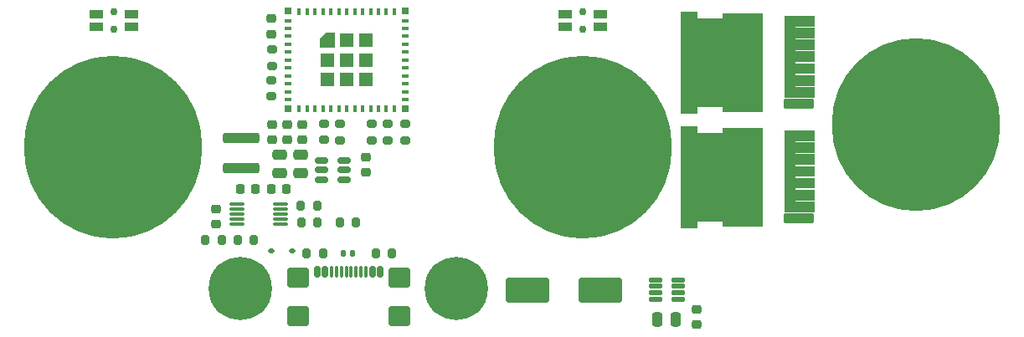
<source format=gbr>
%TF.GenerationSoftware,KiCad,Pcbnew,9.0.1*%
%TF.CreationDate,2025-09-10T22:35:17+10:00*%
%TF.ProjectId,smart_shunt_v0.0.1,736d6172-745f-4736-9875-6e745f76302e,v0.0.4*%
%TF.SameCoordinates,Original*%
%TF.FileFunction,Soldermask,Top*%
%TF.FilePolarity,Negative*%
%FSLAX46Y46*%
G04 Gerber Fmt 4.6, Leading zero omitted, Abs format (unit mm)*
G04 Created by KiCad (PCBNEW 9.0.1) date 2025-09-10 22:35:17*
%MOMM*%
%LPD*%
G01*
G04 APERTURE LIST*
G04 Aperture macros list*
%AMRoundRect*
0 Rectangle with rounded corners*
0 $1 Rounding radius*
0 $2 $3 $4 $5 $6 $7 $8 $9 X,Y pos of 4 corners*
0 Add a 4 corners polygon primitive as box body*
4,1,4,$2,$3,$4,$5,$6,$7,$8,$9,$2,$3,0*
0 Add four circle primitives for the rounded corners*
1,1,$1+$1,$2,$3*
1,1,$1+$1,$4,$5*
1,1,$1+$1,$6,$7*
1,1,$1+$1,$8,$9*
0 Add four rect primitives between the rounded corners*
20,1,$1+$1,$2,$3,$4,$5,0*
20,1,$1+$1,$4,$5,$6,$7,0*
20,1,$1+$1,$6,$7,$8,$9,0*
20,1,$1+$1,$8,$9,$2,$3,0*%
%AMFreePoly0*
4,1,6,0.725000,-0.725000,-0.725000,-0.725000,-0.725000,0.125000,-0.125000,0.725000,0.725000,0.725000,0.725000,-0.725000,0.725000,-0.725000,$1*%
G04 Aperture macros list end*
%ADD10C,0.010000*%
%ADD11R,0.800000X0.400000*%
%ADD12R,0.400000X0.800000*%
%ADD13R,1.450000X1.450000*%
%ADD14FreePoly0,0.000000*%
%ADD15R,0.700000X0.700000*%
%ADD16RoundRect,0.225000X0.250000X-0.225000X0.250000X0.225000X-0.250000X0.225000X-0.250000X-0.225000X0*%
%ADD17RoundRect,0.200000X0.200000X0.275000X-0.200000X0.275000X-0.200000X-0.275000X0.200000X-0.275000X0*%
%ADD18RoundRect,0.102000X1.400000X0.400000X-1.400000X0.400000X-1.400000X-0.400000X1.400000X-0.400000X0*%
%ADD19RoundRect,0.250000X1.600000X-0.300000X1.600000X0.300000X-1.600000X0.300000X-1.600000X-0.300000X0*%
%ADD20RoundRect,0.200000X-0.275000X0.200000X-0.275000X-0.200000X0.275000X-0.200000X0.275000X0.200000X0*%
%ADD21RoundRect,0.147500X0.147500X0.172500X-0.147500X0.172500X-0.147500X-0.172500X0.147500X-0.172500X0*%
%ADD22RoundRect,0.225000X-0.250000X0.225000X-0.250000X-0.225000X0.250000X-0.225000X0.250000X0.225000X0*%
%ADD23C,2.000000*%
%ADD24O,18.000000X18.500000*%
%ADD25RoundRect,0.200000X0.275000X-0.200000X0.275000X0.200000X-0.275000X0.200000X-0.275000X-0.200000X0*%
%ADD26C,0.800000*%
%ADD27C,6.400000*%
%ADD28RoundRect,0.150000X-0.512500X-0.150000X0.512500X-0.150000X0.512500X0.150000X-0.512500X0.150000X0*%
%ADD29RoundRect,0.250000X1.950000X1.000000X-1.950000X1.000000X-1.950000X-1.000000X1.950000X-1.000000X0*%
%ADD30RoundRect,0.250000X0.475000X-0.250000X0.475000X0.250000X-0.475000X0.250000X-0.475000X-0.250000X0*%
%ADD31RoundRect,0.112500X-0.187500X-0.112500X0.187500X-0.112500X0.187500X0.112500X-0.187500X0.112500X0*%
%ADD32C,0.750000*%
%ADD33R,1.400000X0.900000*%
%ADD34RoundRect,0.225000X-0.225000X-0.250000X0.225000X-0.250000X0.225000X0.250000X-0.225000X0.250000X0*%
%ADD35RoundRect,0.225000X0.225000X0.250000X-0.225000X0.250000X-0.225000X-0.250000X0.225000X-0.250000X0*%
%ADD36RoundRect,0.150000X-0.150000X-0.425000X0.150000X-0.425000X0.150000X0.425000X-0.150000X0.425000X0*%
%ADD37RoundRect,0.075000X-0.075000X-0.500000X0.075000X-0.500000X0.075000X0.500000X-0.075000X0.500000X0*%
%ADD38RoundRect,0.250000X-0.840000X-0.750000X0.840000X-0.750000X0.840000X0.750000X-0.840000X0.750000X0*%
%ADD39RoundRect,0.075000X0.650000X0.075000X-0.650000X0.075000X-0.650000X-0.075000X0.650000X-0.075000X0*%
%ADD40RoundRect,0.125000X-0.537500X-0.125000X0.537500X-0.125000X0.537500X0.125000X-0.537500X0.125000X0*%
%ADD41RoundRect,0.200000X-0.200000X-0.275000X0.200000X-0.275000X0.200000X0.275000X-0.200000X0.275000X0*%
%ADD42O,17.000000X17.500000*%
%ADD43RoundRect,0.250000X0.250000X0.475000X-0.250000X0.475000X-0.250000X-0.475000X0.250000X-0.475000X0*%
G04 APERTURE END LIST*
D10*
%TO.C,Q1*%
X178799999Y-80250001D02*
X181499999Y-80250001D01*
X181499999Y-79750001D01*
X185399999Y-79750001D01*
X185399999Y-89650001D01*
X181499999Y-89650001D01*
X181499999Y-89150001D01*
X178799999Y-89150001D01*
X178799999Y-89850001D01*
X177199999Y-89850001D01*
X177199999Y-79550001D01*
X178799999Y-79550001D01*
X178799999Y-80250001D01*
G36*
X178799999Y-80250001D02*
G01*
X181499999Y-80250001D01*
X181499999Y-79750001D01*
X185399999Y-79750001D01*
X185399999Y-89650001D01*
X181499999Y-89650001D01*
X181499999Y-89150001D01*
X178799999Y-89150001D01*
X178799999Y-89850001D01*
X177199999Y-89850001D01*
X177199999Y-79550001D01*
X178799999Y-79550001D01*
X178799999Y-80250001D01*
G37*
X190699999Y-81000001D02*
X188699999Y-81000001D01*
X188699999Y-81200001D01*
X190699999Y-81200001D01*
X190699999Y-82200001D01*
X188699999Y-82200001D01*
X188699999Y-82400001D01*
X190699999Y-82400001D01*
X190699999Y-83400001D01*
X188699999Y-83400001D01*
X188699999Y-83600001D01*
X190699999Y-83600001D01*
X190699999Y-84600001D01*
X188699999Y-84600001D01*
X188699999Y-84800001D01*
X190699999Y-84800001D01*
X190699999Y-85800001D01*
X188699999Y-85800001D01*
X188699999Y-86000001D01*
X190699999Y-86000001D01*
X190699999Y-87000001D01*
X188699999Y-87000001D01*
X188699999Y-87200001D01*
X190699999Y-87200001D01*
X190699999Y-88200001D01*
X187699999Y-88200001D01*
X187699999Y-80000002D01*
X190699999Y-80000001D01*
X190699999Y-81000001D01*
G36*
X190699999Y-81000001D02*
G01*
X188699999Y-81000001D01*
X188699999Y-81200001D01*
X190699999Y-81200001D01*
X190699999Y-82200001D01*
X188699999Y-82200001D01*
X188699999Y-82400001D01*
X190699999Y-82400001D01*
X190699999Y-83400001D01*
X188699999Y-83400001D01*
X188699999Y-83600001D01*
X190699999Y-83600001D01*
X190699999Y-84600001D01*
X188699999Y-84600001D01*
X188699999Y-84800001D01*
X190699999Y-84800001D01*
X190699999Y-85800001D01*
X188699999Y-85800001D01*
X188699999Y-86000001D01*
X190699999Y-86000001D01*
X190699999Y-87000001D01*
X188699999Y-87000001D01*
X188699999Y-87200001D01*
X190699999Y-87200001D01*
X190699999Y-88200001D01*
X187699999Y-88200001D01*
X187699999Y-80000002D01*
X190699999Y-80000001D01*
X190699999Y-81000001D01*
G37*
%TO.C,Q2*%
X178799999Y-68650001D02*
X181499999Y-68650001D01*
X181499999Y-68150001D01*
X185399999Y-68150001D01*
X185399999Y-78050001D01*
X181499999Y-78050001D01*
X181499999Y-77550001D01*
X178799999Y-77550001D01*
X178799999Y-78250001D01*
X177199999Y-78250001D01*
X177199999Y-67950001D01*
X178799999Y-67950001D01*
X178799999Y-68650001D01*
G36*
X178799999Y-68650001D02*
G01*
X181499999Y-68650001D01*
X181499999Y-68150001D01*
X185399999Y-68150001D01*
X185399999Y-78050001D01*
X181499999Y-78050001D01*
X181499999Y-77550001D01*
X178799999Y-77550001D01*
X178799999Y-78250001D01*
X177199999Y-78250001D01*
X177199999Y-67950001D01*
X178799999Y-67950001D01*
X178799999Y-68650001D01*
G37*
X190699999Y-69400001D02*
X188699999Y-69400001D01*
X188699999Y-69600001D01*
X190699999Y-69600001D01*
X190699999Y-70600001D01*
X188699999Y-70600001D01*
X188699999Y-70800001D01*
X190699999Y-70800001D01*
X190699999Y-71800001D01*
X188699999Y-71800001D01*
X188699999Y-72000001D01*
X190699999Y-72000001D01*
X190699999Y-73000001D01*
X188699999Y-73000001D01*
X188699999Y-73200001D01*
X190699999Y-73200001D01*
X190699999Y-74200001D01*
X188699999Y-74200001D01*
X188699999Y-74400001D01*
X190699999Y-74400001D01*
X190699999Y-75400001D01*
X188699999Y-75400001D01*
X188699999Y-75600001D01*
X190699999Y-75600001D01*
X190699999Y-76600001D01*
X187699999Y-76600001D01*
X187699999Y-68400002D01*
X190699999Y-68400001D01*
X190699999Y-69400001D01*
G36*
X190699999Y-69400001D02*
G01*
X188699999Y-69400001D01*
X188699999Y-69600001D01*
X190699999Y-69600001D01*
X190699999Y-70600001D01*
X188699999Y-70600001D01*
X188699999Y-70800001D01*
X190699999Y-70800001D01*
X190699999Y-71800001D01*
X188699999Y-71800001D01*
X188699999Y-72000001D01*
X190699999Y-72000001D01*
X190699999Y-73000001D01*
X188699999Y-73000001D01*
X188699999Y-73200001D01*
X190699999Y-73200001D01*
X190699999Y-74200001D01*
X188699999Y-74200001D01*
X188699999Y-74400001D01*
X190699999Y-74400001D01*
X190699999Y-75400001D01*
X188699999Y-75400001D01*
X188699999Y-75600001D01*
X190699999Y-75600001D01*
X190699999Y-76600001D01*
X187699999Y-76600001D01*
X187699999Y-68400002D01*
X190699999Y-68400001D01*
X190699999Y-69400001D01*
G37*
%TD*%
D11*
%TO.C,U1*%
X137558811Y-68871308D03*
X137558811Y-69671309D03*
X137558811Y-70471308D03*
X137558811Y-71271307D03*
X137558811Y-72071308D03*
X137558811Y-72871308D03*
X137558811Y-73671308D03*
X137558811Y-74471308D03*
X137558811Y-75271309D03*
X137558811Y-76071308D03*
X137558811Y-76871307D03*
D12*
X138658811Y-77771308D03*
X139458810Y-77771308D03*
X140258811Y-77771308D03*
X141058811Y-77771308D03*
X141858811Y-77771308D03*
X142658811Y-77771308D03*
X143458811Y-77771309D03*
X144258811Y-77771308D03*
X145058811Y-77771308D03*
X145858811Y-77771308D03*
X146658811Y-77771308D03*
X147458812Y-77771308D03*
X148258811Y-77771308D03*
D11*
X149358811Y-76871307D03*
X149358811Y-76071308D03*
X149358811Y-75271309D03*
X149358811Y-74471308D03*
X149358811Y-73671308D03*
X149358811Y-72871308D03*
X149358811Y-72071308D03*
X149358811Y-71271307D03*
X149358811Y-70471308D03*
X149358811Y-69671309D03*
X149358811Y-68871308D03*
D12*
X148258811Y-67971309D03*
X147458811Y-67971308D03*
X146658811Y-67971308D03*
X145858811Y-67971308D03*
X145058811Y-67971308D03*
X144258811Y-67971309D03*
X143458811Y-67971308D03*
X142658811Y-67971309D03*
X141858811Y-67971308D03*
X141058811Y-67971308D03*
X140258811Y-67971308D03*
X139458811Y-67971308D03*
X138658811Y-67971309D03*
D13*
X141483811Y-72871308D03*
X141483811Y-74846308D03*
D14*
X141483812Y-70896308D03*
D13*
X143458811Y-70896307D03*
X143458811Y-72871308D03*
X143458811Y-74846308D03*
X145433810Y-70896308D03*
X145433811Y-72871308D03*
X145433811Y-74846308D03*
D15*
X149408811Y-67921308D03*
X149408811Y-77821308D03*
X137508811Y-77821308D03*
X137508811Y-67921308D03*
%TD*%
D16*
%TO.C,C5*%
X135858811Y-70246309D03*
X135858811Y-68696309D03*
%TD*%
D17*
%TO.C,R3*%
X140483810Y-89346308D03*
X138833810Y-89346308D03*
%TD*%
D18*
%TO.C,Q1*%
X189199999Y-88900001D03*
%TD*%
D19*
%TO.C,L1*%
X132808810Y-83771308D03*
X132808810Y-80771308D03*
%TD*%
D20*
%TO.C,R11*%
X141183810Y-79321307D03*
X141183810Y-80971307D03*
%TD*%
D17*
%TO.C,R14*%
X134075000Y-91100000D03*
X132425000Y-91100000D03*
%TD*%
%TO.C,R1*%
X144395918Y-89327923D03*
X142745918Y-89327923D03*
%TD*%
D21*
%TO.C,D1*%
X144063811Y-92481308D03*
X143093811Y-92481308D03*
%TD*%
D17*
%TO.C,R10*%
X148033811Y-92411309D03*
X146383811Y-92411309D03*
%TD*%
D22*
%TO.C,C10*%
X138958811Y-79421308D03*
X138958811Y-80971308D03*
%TD*%
D23*
%TO.C,J1*%
X173858810Y-81671308D03*
X172108810Y-86171308D03*
X172108810Y-76921308D03*
X167358810Y-88471308D03*
D24*
X167358810Y-81671308D03*
D23*
X167358810Y-74921308D03*
X162858810Y-76921308D03*
X162358811Y-86171308D03*
X160858810Y-81671308D03*
%TD*%
D25*
%TO.C,R4*%
X145958811Y-80996309D03*
X145958811Y-79346309D03*
%TD*%
%TO.C,R7*%
X147558811Y-80996309D03*
X147558811Y-79346309D03*
%TD*%
D22*
%TO.C,C11*%
X178800000Y-98100000D03*
X178800000Y-99650000D03*
%TD*%
D26*
%TO.C,J5*%
X156908811Y-96021309D03*
X156205867Y-97718365D03*
X156205867Y-94324253D03*
X154508811Y-98421309D03*
D27*
X154508811Y-96021309D03*
D26*
X154508811Y-93621309D03*
X152811755Y-97718365D03*
X152811755Y-94324253D03*
X152108811Y-96021309D03*
%TD*%
D28*
%TO.C,U5*%
X140896311Y-83071310D03*
X140896311Y-84021309D03*
X140896311Y-84971308D03*
X143171311Y-84971308D03*
X143171311Y-84021309D03*
X143171311Y-83071310D03*
%TD*%
D29*
%TO.C,C13*%
X169100000Y-96200000D03*
X161700000Y-96200000D03*
%TD*%
D30*
%TO.C,C6*%
X138776344Y-84317200D03*
X138776344Y-82417202D03*
%TD*%
D31*
%TO.C,D5*%
X135808811Y-92171309D03*
X137908811Y-92171309D03*
%TD*%
D32*
%TO.C,SW2*%
X167308810Y-67946307D03*
X167308810Y-69771307D03*
D33*
X165508810Y-68221307D03*
X169108810Y-68221307D03*
X165508810Y-69521307D03*
X169108810Y-69521307D03*
%TD*%
D16*
%TO.C,C8*%
X130200000Y-89525000D03*
X130200000Y-87975000D03*
%TD*%
%TO.C,C7*%
X145400000Y-84275000D03*
X145400000Y-82725000D03*
%TD*%
D22*
%TO.C,C3*%
X135908811Y-79421309D03*
X135908811Y-80971309D03*
%TD*%
D30*
%TO.C,C4*%
X136701344Y-84317199D03*
X136701344Y-82417201D03*
%TD*%
D25*
%TO.C,R8*%
X149358811Y-80996309D03*
X149358811Y-79346309D03*
%TD*%
D34*
%TO.C,C1*%
X135783811Y-85896309D03*
X137333811Y-85896309D03*
%TD*%
D23*
%TO.C,J2*%
X126358811Y-81671308D03*
X124608811Y-86171308D03*
X124608811Y-76921308D03*
X119858811Y-88471308D03*
D24*
X119858811Y-81671308D03*
D23*
X119858811Y-74921308D03*
X115358811Y-76921308D03*
X114858812Y-86171308D03*
X113358811Y-81671308D03*
%TD*%
D26*
%TO.C,J3*%
X135108810Y-95971308D03*
X134405866Y-97668364D03*
X134405866Y-94274252D03*
X132708810Y-98371308D03*
D27*
X132708810Y-95971308D03*
D26*
X132708810Y-93571308D03*
X131011754Y-97668364D03*
X131011754Y-94274252D03*
X130308810Y-95971308D03*
%TD*%
D35*
%TO.C,C2*%
X134233811Y-85896309D03*
X132683811Y-85896309D03*
%TD*%
D20*
%TO.C,R6*%
X135908811Y-71796309D03*
X135908811Y-73446309D03*
%TD*%
D36*
%TO.C,J4*%
X140458811Y-94311308D03*
X141258811Y-94311308D03*
D37*
X142408811Y-94311309D03*
X143408811Y-94311308D03*
X143908811Y-94311308D03*
X144908811Y-94311309D03*
D36*
X146058811Y-94311308D03*
X146858811Y-94311308D03*
X146858811Y-94311308D03*
X146058811Y-94311308D03*
D37*
X145408811Y-94311308D03*
X144408811Y-94311308D03*
X142908811Y-94311308D03*
X141908811Y-94311308D03*
D36*
X141258811Y-94311308D03*
X140458811Y-94311308D03*
D38*
X138548811Y-94886308D03*
X138548811Y-98816308D03*
X148768811Y-94886308D03*
X148768811Y-98816308D03*
%TD*%
D39*
%TO.C,U4*%
X132358810Y-89471308D03*
X132358810Y-88971307D03*
X132358810Y-88471308D03*
X132358810Y-87971309D03*
X132358810Y-87471308D03*
X136758810Y-87471308D03*
X136758810Y-87971309D03*
X136758810Y-88471308D03*
X136758810Y-88971307D03*
X136758810Y-89471308D03*
%TD*%
D32*
%TO.C,SW1*%
X119908811Y-67946309D03*
X119908811Y-69771309D03*
D33*
X118108811Y-68221309D03*
X121708811Y-68221309D03*
X118108811Y-69521309D03*
X121708811Y-69521309D03*
%TD*%
D18*
%TO.C,Q2*%
X189199999Y-77300001D03*
%TD*%
D20*
%TO.C,R12*%
X142783811Y-79346309D03*
X142783811Y-80996309D03*
%TD*%
D40*
%TO.C,U2*%
X174662500Y-95125000D03*
X174662500Y-95775000D03*
X174662500Y-96425000D03*
X174662500Y-97075000D03*
X176937500Y-97075000D03*
X176937500Y-96425000D03*
X176937500Y-95775000D03*
X176937500Y-95125000D03*
%TD*%
D41*
%TO.C,R9*%
X139413810Y-92411309D03*
X141063810Y-92411309D03*
%TD*%
D17*
%TO.C,R13*%
X130825000Y-91100000D03*
X129175000Y-91100000D03*
%TD*%
D20*
%TO.C,R5*%
X135858811Y-74896307D03*
X135858811Y-76546307D03*
%TD*%
D17*
%TO.C,R2*%
X140458811Y-87596309D03*
X138808811Y-87596309D03*
%TD*%
D23*
%TO.C,J6*%
X194500000Y-79400000D03*
X196250000Y-74900000D03*
X196250000Y-84150000D03*
X201000000Y-72600000D03*
D42*
X201000000Y-79400000D03*
D23*
X201000000Y-86150000D03*
X205500000Y-84150000D03*
X206000000Y-74900000D03*
X207500000Y-79400000D03*
%TD*%
D43*
%TO.C,C12*%
X176749999Y-99100000D03*
X174850001Y-99100000D03*
%TD*%
D22*
%TO.C,C9*%
X137433810Y-79421308D03*
X137433810Y-80971308D03*
%TD*%
M02*

</source>
